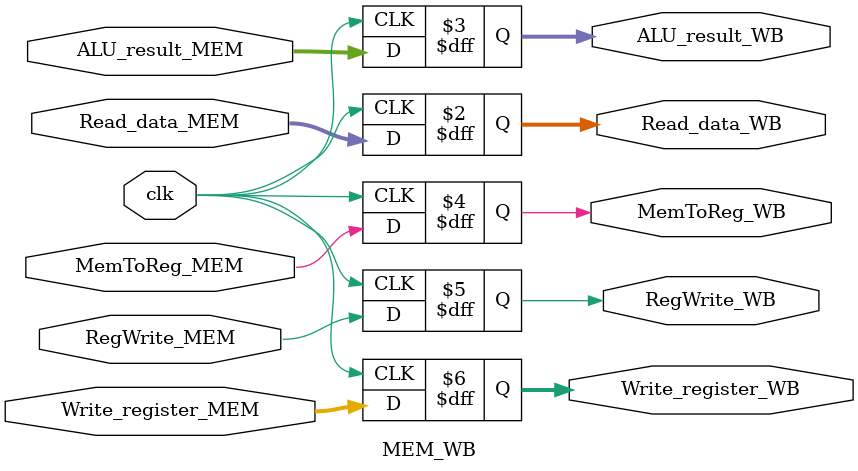
<source format=v>
`timescale 1ns / 1ps
module MEM_WB(
	 input clk,
    input [31:0] Read_data_MEM,
    input [31:0] ALU_result_MEM,
    input RegWrite_MEM,
	 input MemToReg_MEM,
	 input [4:0] Write_register_MEM,
	 output reg [31:0] Read_data_WB,
    output reg [31:0] ALU_result_WB,
	 output reg MemToReg_WB,
    output reg RegWrite_WB,
	 output reg [4:0] Write_register_WB
	 );
always @(posedge clk)
begin
	Read_data_WB<=Read_data_MEM;
	ALU_result_WB<=ALU_result_MEM;
	MemToReg_WB<=MemToReg_MEM;
   RegWrite_WB<=RegWrite_MEM;
	Write_register_WB[4:0]<=Write_register_MEM[4:0];
end

endmodule

</source>
